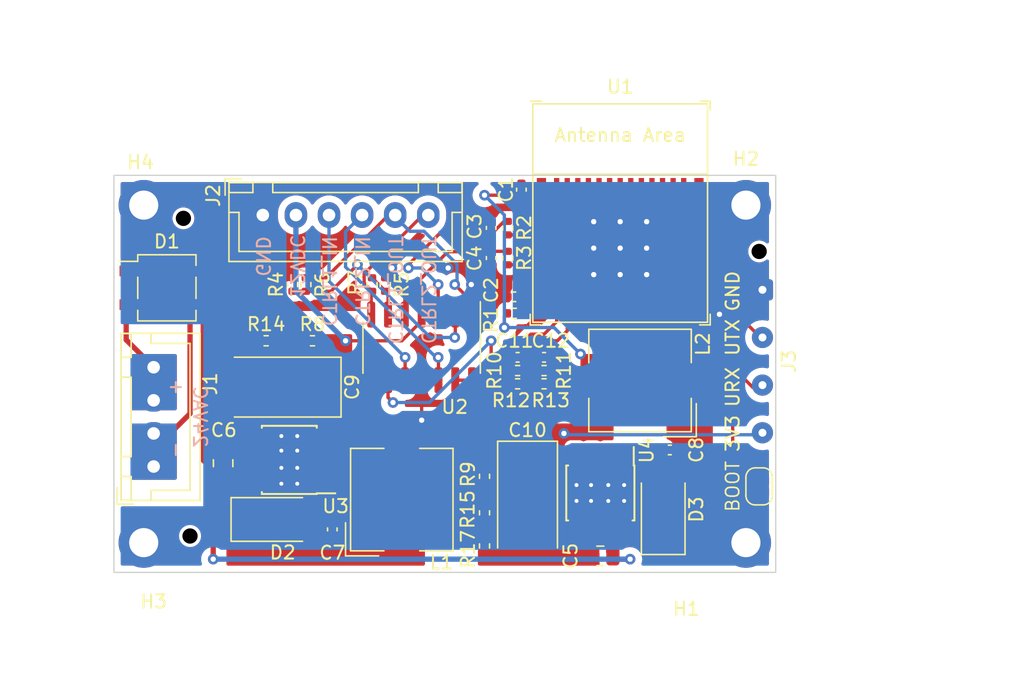
<source format=kicad_pcb>
(kicad_pcb (version 20211014) (generator pcbnew)
  (layers (0 "F.Cu" signal) (31 "B.Cu" signal) (34 "B.Paste" user) (35 "F.Paste" user) (36 "B.SilkS" user "B.Silkscreen") (37 "F.SilkS" user "F.Silkscreen") (38 "B.Mask" user) (39 "F.Mask" user) (44 "Edge.Cuts" user))
  (net 0 "")
  (net 1 "+3V3")
  (net 2 "+12V")
  (net 3 "GND")
  (net 4 "Net-(C8-Pad1)")
  (net 5 "Net-(C3-Pad1)")
  (net 6 "/ADC1")
  (net 7 "/ADC2")
  (net 8 "Net-(C4-Pad1)")
  (net 9 "Net-(C7-Pad1)")
  (net 10 "-24VA")
  (net 11 "/PH12")
  (net 15 "+24VA")
  (net 16 "/PWM1")
  (net 17 "/PWM2")
  (net 18 "/PH33")
  (net 19 "/UART_TX")
  (net 20 "/UART_RX")
  (net 21 "Net-(C2-Pad1)")
  (net 22 "Net-(JP1-Pad1)")
  (net 23 "/CTRL1_OUT")
  (net 24 "Net-(R4-Pad1)")
  (net 25 "/CTRL2_OUT")
  (net 26 "/CTRL2_IN")
  (net 27 "/CTRL1_IN")
  (net 28 "Net-(R5-Pad1)")
  (net 29 "Net-(R14-Pad2)")
  (net 30 "Net-(R15-Pad2)")
  (net 31 "Net-(R10-Pad1)")
  (net 32 "Net-(R11-Pad1)")
  (net 34 "Net-(R15-Pad1)")
  (net 59 "Net-(C5-Pad1)")
  (footprint "Capacitor_SMD:C_0402_1005Metric" (layer "F.Cu") (at 113.785 87.58 90)
    (fp_text reference "C1")
    (fp_text value "0.01uF/16V")
  )
  (footprint "Resistor_SMD:R_0402_1005Metric" (layer "F.Cu") (at 96.5 94.75 90)
    (fp_text reference "R4")
    (fp_text value "33k")
  )
  (footprint "Capacitor_SMD:C_0402_1005Metric" (layer "F.Cu") (at 113.25 95.676 180)
    (fp_text reference "C2")
    (fp_text value "1uF/5V")
  )
  (footprint "Jumper:SolderJumper-2_P1.3mm_Open_RoundedPad1.0x1.5mm" (layer "F.Cu") (at 131.75 110 -90)
    (fp_text reference "JP1")
    (fp_text value "BOOT")
  )
  (footprint "Diode_SMD:D_SMA" (layer "F.Cu") (at 124.5 111.75 90)
    (fp_text reference "D3")
    (fp_text value "SS34")
  )
  (footprint "Capacitor_Tantalum_SMD:CP_EIA-7343-31_Kemet-D" (layer "F.Cu") (at 114.25 111 -90)
    (fp_text reference "C10")
    (fp_text value "470uF/6.3V")
  )
  (footprint "Package_SO:SOIC-14_3.9x8.7mm_P1.27mm" (layer "F.Cu") (at 106.25 99.5 -90)
    (fp_text reference "U2")
    (fp_text value "LM324DT")
  )
  (footprint "Capacitor_SMD:C_0402_1005Metric" (layer "F.Cu") (at 111.5 92.75 -90)
    (fp_text reference "C4")
    (fp_text value "1uF/5V")
  )
  (footprint "inductors:L_SXN_SMRH74-220MT" (layer "F.Cu") (at 104.75 111 90)
    (fp_text reference "L1")
    (fp_text value "22uH")
  )
  (footprint "MountingHole:MountingHole_2.2mm_M2_DIN965_Pad" (layer "F.Cu") (at 85.25 114.25)
    (fp_text reference "H3")
    (fp_text value "Hole")
  )
  (footprint "kelvie:ToolingHole_1.152mm" (layer "F.Cu") (at 131.75 92.25 180)
    (fp_text reference "H6")
    (fp_text value "ToolingHole")
  )
  (footprint "Resistor_SMD:R_0402_1005Metric" (layer "F.Cu") (at 112.75 90.49 -90)
    (fp_text reference "R2")
    (fp_text value "1.1k")
  )
  (footprint "Connector_JST:JST_XH_B4B-XH-A_1x04_P2.50mm_Vertical" (layer "F.Cu") (at 86 108.5 90)
    (fp_text reference "J1")
    (fp_text value "VAC IN")
  )
  (footprint "Resistor_SMD:R_0402_1005Metric" (layer "F.Cu") (at 115.5 102.25 180)
    (fp_text reference "R11")
    (fp_text value "18k")
  )
  (footprint "Connector_Wire:SolderWire-0.1sqmm_1x04_P3.6mm_D0.4mm_OD1mm" (layer "F.Cu") (at 132 95.15 -90)
    (fp_text reference "J3")
    (fp_text value "UART")
  )
  (footprint "MountingHole:MountingHole_2.2mm_M2_DIN965_Pad" (layer "F.Cu") (at 130.75 114.25)
    (fp_text reference "H1")
    (fp_text value "Hole")
  )
  (footprint "inductors:L_SXN_SMRH74-220MT" (layer "F.Cu") (at 122.75 102 180)
    (fp_text reference "L2")
    (fp_text value "22uH")
  )
  (footprint "Resistor_SMD:R_0402_1005Metric" (layer "F.Cu") (at 111 112 90)
    (fp_text reference "R15")
    (fp_text value "5.6k")
  )
  (footprint "kelvie:ToolingHole_1.152mm" (layer "F.Cu") (at 88.25 89.75 180)
    (fp_text reference "H7")
    (fp_text value "ToolingHole")
  )
  (footprint "Espressif:ESP32-C3-MINI-1" (layer "F.Cu") (at 121.25 92)
    (fp_text reference "U1")
    (fp_text value "ESP32-C3-MINI-1")
  )
  (footprint "Resistor_SMD:R_0402_1005Metric" (layer "F.Cu") (at 112.75 92.75 -90)
    (fp_text reference "R3")
    (fp_text value "1.1k")
  )
  (footprint "Resistor_SMD:R_0402_1005Metric" (layer "F.Cu") (at 113.25 96.926)
    (fp_text reference "R1")
    (fp_text value "10k")
  )
  (footprint "Resistor_SMD:R_0402_1005Metric" (layer "F.Cu") (at 111 114.5 90)
    (fp_text reference "R17")
    (fp_text value "270")
  )
  (footprint "Resistor_SMD:R_0402_1005Metric" (layer "F.Cu") (at 111 109.24 -90)
    (fp_text reference "R9")
    (fp_text value "10k")
  )
  (footprint "Capacitor_SMD:C_0805_2012Metric" (layer "F.Cu") (at 91.25 108.25 90)
    (fp_text reference "C6")
    (fp_text value "10uF/50V")
  )
  (footprint "Capacitor_SMD:C_0402_1005Metric" (layer "F.Cu") (at 111.5 90.47 90)
    (fp_text reference "C3")
    (fp_text value "1uF/5V")
  )
  (footprint "Capacitor_SMD:C_0402_1005Metric" (layer "F.Cu") (at 115.5 100.25 180)
    (fp_text reference "C12")
    (fp_text value "0.1uF/16V")
  )
  (footprint "Capacitor_SMD:C_0402_1005Metric" (layer "F.Cu") (at 125 107.25)
    (fp_text reference "C8")
    (fp_text value "0.01uF")
  )
  (footprint "Capacitor_SMD:C_0402_1005Metric" (layer "F.Cu") (at 113.5 100.25)
    (fp_text reference "C11")
    (fp_text value "0.1uF/16V")
  )
  (footprint "Connector_JST:JST_XH_B6B-XH-A_1x06_P2.50mm_Vertical" (layer "F.Cu") (at 94.25 89.5)
    (fp_text reference "J2")
    (fp_text value "Conn_01x06")
  )
  (footprint "Package_SO:TI_SO-PowerPAD-8_ThermalVias" (layer "F.Cu") (at 96.25 108 180)
    (fp_text reference "U3")
    (fp_text value "TPS5430DDA")
  )
  (footprint "Resistor_SMD:R_0402_1005Metric" (layer "F.Cu") (at 97.5 94.75 90)
    (fp_text reference "R6")
    (fp_text value "68k")
  )
  (footprint "Capacitor_Tantalum_SMD:CP_EIA-7343-31_Kemet-D" (layer "F.Cu") (at 95.75 102.5 180)
    (fp_text reference "C9")
    (fp_text value "100uF/16V")
  )
  (footprint "Resistor_SMD:R_0402_1005Metric" (layer "F.Cu") (at 103.5 94.75 90)
    (fp_text reference "R5")
    (fp_text value "33k")
  )
  (footprint "Resistor_SMD:R_0402_1005Metric" (layer "F.Cu") (at 102.5 94.75 -90)
    (fp_text reference "R7")
    (fp_text value "68k")
  )
  (footprint "Resistor_SMD:R_0402_1005Metric" (layer "F.Cu") (at 94.5 99)
    (fp_text reference "R14")
    (fp_text value "1.1k")
  )
  (footprint "MountingHole:MountingHole_2.2mm_M2_DIN965_Pad" (layer "F.Cu") (at 130.75 88.75)
    (fp_text reference "H2")
    (fp_text value "Hole")
  )
  (footprint "kelvie:ToolingHole_1.152mm" (layer "F.Cu") (at 88.75 113.75)
    (fp_text reference "H5")
    (fp_text value "ToolingHole")
  )
  (footprint "Resistor_SMD:R_0402_1005Metric" (layer "F.Cu") (at 113.5 102.25)
    (fp_text reference "R10")
    (fp_text value "18k")
  )
  (footprint "MountingHole:MountingHole_2.2mm_M2_DIN965_Pad" (layer "F.Cu") (at 85.25 88.75)
    (fp_text reference "H4")
    (fp_text value "Hole")
  )
  (footprint "Resistor_SMD:R_0402_1005Metric" (layer "F.Cu") (at 115.5 101.25)
    (fp_text reference "R13")
    (fp_text value "2k")
  )
  (footprint "Resistor_SMD:R_0402_1005Metric" (layer "F.Cu") (at 113.5 101.25 180)
    (fp_text reference "R12")
    (fp_text value "2k")
  )
  (footprint "Capacitor_SMD:C_0805_2012Metric" (layer "F.Cu") (at 119.75 115.25 180)
    (fp_text reference "C5")
    (fp_text value "10uF/50V")
  )
  (footprint "Package_SO:TI_SO-PowerPAD-8_ThermalVias" (layer "F.Cu") (at 119.75 110.5 -90)
    (fp_text reference "U4")
    (fp_text value "TPS5430DDA")
  )
  (footprint "Diode_SMD:D_SMA" (layer "F.Cu") (at 95.25 112.5)
    (fp_text reference "D2")
    (fp_text value "SS34")
  )
  (footprint "Resistor_SMD:R_0402_1005Metric" (layer "F.Cu") (at 98 99 180)
    (fp_text reference "R8")
    (fp_text value "10k")
  )
  (footprint "Capacitor_SMD:C_0402_1005Metric" (layer "F.Cu") (at 99.5 113.25 -90)
    (fp_text reference "C7")
    (fp_text value "0.01uF")
  )
  (footprint "Package_TO_SOT_SMD:TO-269AA" (layer "F.Cu") (at 87 95)
    (fp_text reference "D1")
    (fp_text value "MB10S")
  )
  (gr_poly (pts (xy 98.5 86.5) (xy 133 86.5) (xy 133 116.5) (xy 83 116.5) (xy 83 86.5) (xy 98.5 86.5)) (layer "Edge.Cuts") (width 0.1) (fill none))
  (gr_text "12VDC" (at 96.84 90.88 270) (layer "B.SilkS") (effects (font (size 1 1)) (justify right mirror)))
  (gr_text "CTRL2_OUT" (at 106.75 91 270) (layer "B.SilkS") (effects (font (size 1 1)) (justify right mirror)))
  (gr_text "CTRL2_IN\n" (at 101.75 91 270) (layer "B.SilkS") (effects (font (size 1 1)) (justify right mirror)))
  (gr_text "24VAC" (at 89.5 104.75 270) (layer "B.SilkS") (effects (font (size 1 1)) (justify mirror)))
  (gr_text "-" (at 87.75 107.25 270) (layer "B.SilkS") (effects (font (size 1 1)) (justify mirror)))
  (gr_text "CTRL1_OUT" (at 104.25 91 270) (layer "B.SilkS") (effects (font (size 1 1)) (justify right mirror)))
  (gr_text "+" (at 87.75 102.5 270) (layer "B.SilkS") (effects (font (size 1 1)) (justify mirror)))
  (gr_text "CTRL1_IN\n" (at 99.25 91 270) (layer "B.SilkS") (effects (font (size 1 1)) (justify right mirror)))
  (gr_text "GND" (at 94.25 91 270) (layer "B.SilkS") (effects (font (size 1 1)) (justify right mirror)))
  (gr_text "GND" (at 129.75 95.25 -270) (layer "F.SilkS") (effects (font (size 1 1))))
  (gr_text "URX" (at 129.75 102.5 -270) (layer "F.SilkS") (effects (font (size 1 1))))
  (gr_text "3V3" (at 129.75 106 -270) (layer "F.SilkS") (effects (font (size 1 1))))
  (gr_text "UTX" (at 129.75 98.75 -270) (layer "F.SilkS") (effects (font (size 1 1))))
  (segment (start 112.5 98) (end 112.5 97.166) (width 0.25) (layer "F.Cu") (net 1))
  (segment (start 113.785 88.635) (end 114.75 89.6) (width 0.25) (layer "F.Cu") (net 1))
  (segment (start 119.55 101.3) (end 118.25 100) (width 0.25) (layer "F.Cu") (net 1))
  (segment (start 113.725 88) (end 113.785 88.06) (width 0.25) (layer "F.Cu") (net 1))
  (segment (start 113.785 88.06) (end 113.785 88.635) (width 0.25) (layer "F.Cu") (net 1))
  (segment (start 114.75 89.6) (end 115.35 89.6) (width 0.25) (layer "F.Cu") (net 1))
  (segment (start 111 88) (end 113.725 88) (width 0.25) (layer "F.Cu") (net 1))
  (segment (start 112.5 97.166) (end 112.74 96.926) (width 0.25) (layer "F.Cu") (net 1))
  (segment (start 114.25 107.8875) (end 115.1125 107.8875) (width 0.25) (layer "F.Cu") (net 1))
  (segment (start 115.1125 107.8875) (end 117 106) (width 0.25) (layer "F.Cu") (net 1))
  (segment (start 119.55 102) (end 119.55 101.3) (width 0.25) (layer "F.Cu") (net 1))
  (via (at 117 106) (size 0.8) (drill 0.4) (layers "F.Cu" "B.Cu") (net 1))
  (via (at 118.25 100) (size 0.8) (drill 0.4) (layers "F.Cu" "B.Cu") (net 1))
  (via (at 111 88) (size 0.8) (drill 0.4) (layers "F.Cu" "B.Cu") (net 1))
  (via (at 112.5 98) (size 0.8) (drill 0.4) (layers "F.Cu" "B.Cu") (net 1))
  (segment (start 117 106) (end 117.1 106.1) (width 0.25) (layer "B.Cu") (net 1))
  (segment (start 117.1 106.1) (end 132 106.1) (width 0.25) (layer "B.Cu") (net 1))
  (segment (start 112.5 98) (end 112.5 89.5) (width 0.25) (layer "B.Cu") (net 1))
  (segment (start 116.25 98) (end 118.25 100) (width 0.25) (layer "B.Cu") (net 1))
  (segment (start 112.5 98) (end 116.25 98) (width 0.25) (layer "B.Cu") (net 1))
  (segment (start 112.5 89.5) (end 111 88) (width 0.25) (layer "B.Cu") (net 1))
  (segment (start 106.25 97.025) (end 106.25 97.5) (width 0.25) (layer "F.Cu") (net 2))
  (segment (start 104.75 99) (end 98.51 99) (width 0.25) (layer "F.Cu") (net 2))
  (segment (start 98.51 99) (end 100.5 99) (width 0.4) (layer "F.Cu") (net 2))
  (segment (start 106.25 97.5) (end 104.75 99) (width 0.25) (layer "F.Cu") (net 2))
  (via (at 100.5 99) (size 0.8) (drill 0.4) (layers "F.Cu" "B.Cu") (net 2))
  (segment (start 96.75 95.25) (end 100.5 99) (width 0.4) (layer "B.Cu") (net 2))
  (segment (start 96.75 89.5) (end 96.75 95.25) (width 0.4) (layer "B.Cu") (net 2))
  (segment (start 115.3 96.95) (end 117.05 95.2) (width 0.25) (layer "F.Cu") (net 3))
  (segment (start 128.7 96.95) (end 128.75 97) (width 0.25) (layer "F.Cu") (net 3))
  (segment (start 110.926 95.676) (end 110 94.75) (width 0.25) (layer "F.Cu") (net 3))
  (segment (start 118.05 96.9) (end 118.05 95.2) (width 0.25) (layer "F.Cu") (net 3))
  (segment (start 119.75 110.5) (end 122.5 110.5) (width 0.4) (layer "F.Cu") (net 3))
  (segment (start 96.25 110.5) (end 97.25 111.5) (width 0.4) (layer "F.Cu") (net 3))
  (segment (start 127.2 96.95) (end 128.7 96.95) (width 0.25) (layer "F.Cu") (net 3))
  (segment (start 122.5 110.5) (end 123.25 109.75) (width 0.4) (layer "F.Cu") (net 3))
  (segment (start 106.25 101.975) (end 106.25 105) (width 0.25) (layer "F.Cu") (net 3))
  (segment (start 116.01 101.25) (end 116.75 101.25) (width 0.25) (layer "F.Cu") (net 3))
  (segment (start 115.3 96.95) (end 115.3 96.05) (width 0.25) (layer "F.Cu") (net 3))
  (segment (start 116.75 101.25) (end 117 101.5) (width 0.25) (layer "F.Cu") (net 3))
  (segment (start 115.3 96.05) (end 115.35 96) (width 0.25) (layer "F.Cu") (net 3))
  (segment (start 108.25 93.5) (end 111.23 93.5) (width 0.25) (layer "F.Cu") (net 3))
  (segment (start 96.25 108) (end 96.25 110.5) (width 0.4) (layer "F.Cu") (net 3))
  (segment (start 131.75 110.65) (end 131.75 113.25) (width 0.25) (layer "F.Cu") (net 3))
  (segment (start 117 103) (end 116.5 103.5) (width 0.25) (layer "F.Cu") (net 3))
  (segment (start 103.5 94) (end 104 93.5) (width 0.25) (layer "F.Cu") (net 3))
  (segment (start 117.05 95.2) (end 118.05 95.2) (width 0.25) (layer "F.Cu") (net 3))
  (segment (start 97.25 111.5) (end 97.25 112.5) (width 0.4) (layer "F.Cu") (net 3))
  (segment (start 123.25 109.75) (end 124.5 109.75) (width 0.4) (layer "F.Cu") (net 3))
  (segment (start 103.5 94.24) (end 103.5 94) (width 0.25) (layer "F.Cu") (net 3))
  (segment (start 111.23 93.5) (end 111.5 93.23) (width 0.25) (layer "F.Cu") (net 3))
  (segment (start 112.77 95.676) (end 110.926 95.676) (width 0.25) (layer "F.Cu") (net 3))
  (segment (start 117 101.5) (end 117 103) (width 0.25) (layer "F.Cu") (net 3))
  (segment (start 118.05 95.2) (end 119.275 93.975) (width 0.25) (layer "F.Cu") (net 3))
  (via (at 104 93.5) (size 0.8) (drill 0.4) (layers "F.Cu" "B.Cu") (net 3))
  (via (at 121.25 94) (size 0.8) (drill 0.4) (layers "F.Cu" "B.Cu") (net 3))
  (via (at 123.25 92) (size 0.8) (drill 0.4) (layers "F.Cu" "B.Cu") (net 3))
  (via (at 108.25 93.5) (size 0.8) (drill 0.4) (layers "F.Cu" "B.Cu") (net 3))
  (via (at 119.25 94) (size 0.8) (drill 0.4) (layers "F.Cu" "B.Cu") (net 3))
  (via (at 121.25 90) (size 0.8) (drill 0.4) (layers "F.Cu" "B.Cu") (net 3))
  (via (at 128.75 97) (size 0.8) (drill 0.4) (layers "F.Cu" "B.Cu") (net 3))
  (via (at 123.25 90) (size 0.8) (drill 0.4) (layers "F.Cu" "B.Cu") (net 3))
  (via (at 123.25 94) (size 0.8) (drill 0.4) (layers "F.Cu" "B.Cu") (net 3))
  (via (at 121.25 92) (size 0.8) (drill 0.4) (layers "F.Cu" "B.Cu") (net 3))
  (via (at 119.25 90) (size 0.8) (drill 0.4) (layers "F.Cu" "B.Cu") (net 3))
  (via (at 110 94.75) (size 0.8) (drill 0.4) (layers "F.Cu" "B.Cu") (net 3))
  (via (at 106.25 105) (size 0.8) (drill 0.4) (layers "F.Cu" "B.Cu") (net 3))
  (via (at 119.25 92) (size 0.8) (drill 0.4) (layers "F.Cu" "B.Cu") (net 3))
  (segment (start 105 92.5) (end 104 93.5) (width 0.25) (layer "B.Cu") (net 3))
  (segment (start 107.25 92.5) (end 105 92.5) (width 0.25) (layer "B.Cu") (net 3))
  (segment (start 108.25 93.5) (end 107.25 92.5) (width 0.25) (layer "B.Cu") (net 3))
  (segment (start 123.5 107.25) (end 124.52 107.25) (width 0.25) (layer "F.Cu") (net 4))
  (segment (start 121.655 107.8) (end 122.95 107.8) (width 0.25) (layer "F.Cu") (net 4))
  (segment (start 122.95 107.8) (end 123.5 107.25) (width 0.25) (layer "F.Cu") (net 4))
  (segment (start 107.55 90.95) (end 105.25 93.25) (width 0.25) (layer "F.Cu") (net 5))
  (segment (start 112.75 89.98) (end 112.47 89.98) (width 0.25) (layer "F.Cu") (net 5))
  (segment (start 107.5 97.005) (end 107.5 94.75) (width 0.25) (layer "F.Cu") (net 5))
  (segment (start 105.25 93.25) (end 105.25 93.5) (width 0.25) (layer "F.Cu") (net 5))
  (segment (start 111.5 90.95) (end 107.55 90.95) (width 0.25) (layer "F.Cu") (net 5))
  (segment (start 107.52 97.025) (end 107.5 97.005) (width 0.25) (layer "F.Cu") (net 5))
  (segment (start 112.47 89.98) (end 111.5 90.95) (width 0.25) (layer "F.Cu") (net 5))
  (via (at 105.25 93.5) (size 0.8) (drill 0.4) (layers "F.Cu" "B.Cu") (net 5))
  (via (at 107.5 94.75) (size 0.8) (drill 0.4) (layers "F.Cu" "B.Cu") (net 5))
  (segment (start 106.25 93.5) (end 105.25 93.5) (width 0.25) (layer "B.Cu") (net 5))
  (segment (start 107.5 94.75) (end 106.25 93.5) (width 0.25) (layer "B.Cu") (net 5))
  (segment (start 114 102.24) (end 114.01 102.25) (width 0.25) (layer "F.Cu") (net 6))
  (segment (start 116.45 97.55) (end 115.5 98.5) (width 0.25) (layer "F.Cu") (net 6))
  (segment (start 116.45 96.9) (end 116.45 97.55) (width 0.25) (layer "F.Cu") (net 6))
  (segment (start 114.5 98.5) (end 114 99) (width 0.25) (layer "F.Cu") (net 6))
  (segment (start 114 99) (end 114 102.24) (width 0.25) (layer "F.Cu") (net 6))
  (segment (start 115.5 98.5) (end 114.5 98.5) (width 0.25) (layer "F.Cu") (net 6))
  (segment (start 117.25 98.25) (end 117.25 96.9) (width 0.25) (layer "F.Cu") (net 7))
  (segment (start 114.99 102.25) (end 114.99 99.26) (width 0.25) (layer "F.Cu") (net 7))
  (segment (start 114.99 99.26) (end 115.25 99) (width 0.25) (layer "F.Cu") (net 7))
  (segment (start 115.25 99) (end 116.5 99) (width 0.25) (layer "F.Cu") (net 7))
  (segment (start 116.5 99) (end 117.25 98.25) (width 0.25) (layer "F.Cu") (net 7))
  (segment (start 111.5 92.27) (end 108.23 92.27) (width 0.25) (layer "F.Cu") (net 8))
  (segment (start 104.98 95.52) (end 104.98 97.025) (width 0.25) (layer "F.Cu") (net 8))
  (segment (start 112.75 92.24) (end 111.53 92.24) (width 0.25) (layer "F.Cu") (net 8))
  (segment (start 111.53 92.24) (end 111.5 92.27) (width 0.25) (layer "F.Cu") (net 8))
  (segment (start 108.23 92.27) (end 104.98 95.52) (width 0.25) (layer "F.Cu") (net 8))
  (segment (start 98.95 110.95) (end 98.95 109.905) (width 0.25) (layer "F.Cu") (net 9))
  (segment (start 99.5 111.5) (end 98.95 110.95) (width 0.25) (layer "F.Cu") (net 9))
  (segment (start 99.5 112.77) (end 99.5 111.5) (width 0.25) (layer "F.Cu") (net 9))
  (segment (start 85.98 93.73) (end 88.75 96.5) (width 0.4) (layer "F.Cu") (net 10))
  (segment (start 83.925 93.73) (end 85.98 93.73) (width 0.4) (layer "F.Cu") (net 10))
  (segment (start 88.75 96.5) (end 88.75 104.5) (width 0.4) (layer "F.Cu") (net 10))
  (segment (start 88.75 104.5) (end 87.25 106) (width 0.4) (layer "F.Cu") (net 10))
  (segment (start 87.25 106) (end 86 106) (width 0.4) (layer "F.Cu") (net 10))
  (segment (start 93.25 112.5) (end 93.25 110.205) (width 0.4) (layer "F.Cu") (net 11))
  (segment (start 93.25 110.205) (end 93.55 109.905) (width 0.4) (layer "F.Cu") (net 11))
  (segment (start 83.925 98.925) (end 86 101) (width 0.4) (layer "F.Cu") (net 15))
  (segment (start 83.925 96.27) (end 83.925 98.925) (width 0.4) (layer "F.Cu") (net 15))
  (segment (start 114.2 91.2) (end 115.35 91.2) (width 0.25) (layer "F.Cu") (net 16))
  (segment (start 112.75 91) (end 114 91) (width 0.25) (layer "F.Cu") (net 16))
  (segment (start 114 91) (end 114.2 91.2) (width 0.25) (layer "F.Cu") (net 16))
  (segment (start 115.35 92) (end 114.75 92) (width 0.25) (layer "F.Cu") (net 17))
  (segment (start 113.49 93.26) (end 112.75 93.26) (width 0.25) (layer "F.Cu") (net 17))
  (segment (start 114.75 92) (end 113.49 93.26) (width 0.25) (layer "F.Cu") (net 17))
  (segment (start 130 92.7) (end 130 96.9) (width 0.25) (layer "F.Cu") (net 19))
  (segment (start 127.15 91.2) (end 128.5 91.2) (width 0.25) (layer "F.Cu") (net 19))
  (segment (start 128.5 91.2) (end 130 92.7) (width 0.25) (layer "F.Cu") (net 19))
  (segment (start 130 96.9) (end 132 98.9) (width 0.25) (layer "F.Cu") (net 19))
  (segment (start 131.25 102.5) (end 132 102.5) (width 0.25) (layer "F.Cu") (net 20))
  (segment (start 127.15 92) (end 128.5 92) (width 0.25) (layer "F.Cu") (net 20))
  (segment (start 130.5 99.75) (end 130.5 101.75) (width 0.25) (layer "F.Cu") (net 20))
  (segment (start 130.5 101.75) (end 131.25 102.5) (width 0.25) (layer "F.Cu") (net 20))
  (segment (start 128.5 92) (end 129.5 93) (width 0.25) (layer "F.Cu") (net 20))
  (segment (start 129.5 93) (end 129.5 98.75) (width 0.25) (layer "F.Cu") (net 20))
  (segment (start 129.5 98.75) (end 130.5 99.75) (width 0.25) (layer "F.Cu") (net 20))
  (segment (start 113.73 94.62) (end 113.73 95.676) (width 0.25) (layer "F.Cu") (net 21))
  (segment (start 113.73 96.896) (end 113.76 96.926) (width 0.25) (layer "F.Cu") (net 21))
  (segment (start 114.75 93.6) (end 113.73 94.62) (width 0.25) (layer "F.Cu") (net 21))
  (segment (start 113.73 95.676) (end 113.73 96.896) (width 0.25) (layer "F.Cu") (net 21))
  (segment (start 115.35 93.6) (end 114.75 93.6) (width 0.25) (layer "F.Cu") (net 21))
  (segment (start 129.75 100.75) (end 129.75 107.1) (width 0.25) (layer "F.Cu") (net 22))
  (segment (start 125.25 97.75) (end 126.75 97.75) (width 0.25) (layer "F.Cu") (net 22))
  (segment (start 129.75 107.1) (end 132 109.35) (width 0.25) (layer "F.Cu") (net 22))
  (segment (start 125.25 96.9) (end 125.25 97.75) (width 0.25) (layer "F.Cu") (net 22))
  (segment (start 126.75 97.75) (end 129.75 100.75) (width 0.25) (layer "F.Cu") (net 22))
  (segment (start 110.06 96.06) (end 108.75 94.75) (width 0.25) (layer "F.Cu") (net 23))
  (segment (start 99.01 94.24) (end 104.25 89) (width 0.25) (layer "F.Cu") (net 23))
  (segment (start 97.5 94.24) (end 99.01 94.24) (width 0.25) (layer "F.Cu") (net 23))
  (segment (start 110.06 97.025) (end 110.06 96.06) (width 0.25) (layer "F.Cu") (net 23))
  (via (at 108.75 94.75) (size 0.8) (drill 0.4) (layers "F.Cu" "B.Cu") (net 23))
  (segment (start 106.42889 90.725) (end 108.924501 93.220611) (width 0.25) (layer "B.Cu") (net 23))
  (segment (start 108.924501 94.575499) (end 108.75 94.75) (width 0.25) (layer "B.Cu") (net 23))
  (segment (start 104.25 89.5) (end 104.25 89.625) (width 0.25) (layer "B.Cu") (net 23))
  (segment (start 105.35 90.725) (end 106.42889 90.725) (width 0.25) (layer "B.Cu") (net 23))
  (segment (start 104.25 89.625) (end 105.35 90.725) (width 0.25) (layer "B.Cu") (net 23))
  (segment (start 108.924501 93.220611) (end 108.924501 94.575499) (width 0.25) (layer "B.Cu") (net 23))
  (segment (start 96.5 95.26) (end 97.5 95.26) (width 0.25) (layer "F.Cu") (net 24))
  (segment (start 99.3915 95.26) (end 101.4015 93.25) (width 0.25) (layer "F.Cu") (net 24))
  (segment (start 97.5 95.26) (end 99.3915 95.26) (width 0.25) (layer "F.Cu") (net 24))
  (segment (start 108.79 97.025) (end 108.79 98.71) (width 0.25) (layer "F.Cu") (net 24))
  (segment (start 108.79 98.71) (end 108.75 98.75) (width 0.25) (layer "F.Cu") (net 24))
  (via (at 108.75 98.75) (size 0.8) (drill 0.4) (layers "F.Cu" "B.Cu") (net 24))
  (via (at 101.4015 93.25) (size 0.8) (drill 0.4) (layers "F.Cu" "B.Cu") (net 24))
  (segment (start 106.9015 98.75) (end 101.4015 93.25) (width 0.25) (layer "B.Cu") (net 24))
  (segment (start 108.75 98.75) (end 106.9015 98.75) (width 0.25) (layer "B.Cu") (net 24))
  (segment (start 101.90548 93.935372) (end 106.340852 89.5) (width 0.25) (layer "F.Cu") (net 25))
  (segment (start 101.90548 94.66548) (end 101.90548 93.935372) (width 0.25) (layer "F.Cu") (net 25))
  (segment (start 102.5 95.26) (end 101.90548 94.66548) (width 0.25) (layer "F.Cu") (net 25))
  (segment (start 106.340852 89.5) (end 106.75 89.5) (width 0.25) (layer "F.Cu") (net 25))
  (segment (start 102.44 97.025) (end 102.44 95.32) (width 0.25) (layer "F.Cu") (net 25))
  (segment (start 102.44 95.32) (end 102.5 95.26) (width 0.25) (layer "F.Cu") (net 25))
  (segment (start 107.52 100.27) (end 107.5 100.25) (width 0.25) (layer "F.Cu") (net 26))
  (segment (start 107.52 101.975) (end 107.52 100.27) (width 0.25) (layer "F.Cu") (net 26))
  (via (at 107.5 100.25) (size 0.8) (drill 0.4) (layers "F.Cu" "B.Cu") (net 26))
  (segment (start 107.328637 100.25) (end 107.5 100.25) (width 0.25) (layer "B.Cu") (net 26))
  (segment (start 101.75 89.5) (end 100.5 90.75) (width 0.25) (layer "B.Cu") (net 26))
  (segment (start 100.5 93.421363) (end 107.328637 100.25) (width 0.25) (layer "B.Cu") (net 26))
  (segment (start 100.5 90.75) (end 100.5 93.421363) (width 0.25) (layer "B.Cu") (net 26))
  (segment (start 104.98 101.975) (end 105 101.955) (width 0.25) (layer "F.Cu") (net 27))
  (segment (start 105 101.955) (end 105 100.25) (width 0.25) (layer "F.Cu") (net 27))
  (via (at 105 100.25) (size 0.8) (drill 0.4) (layers "F.Cu" "B.Cu") (net 27))
  (segment (start 99.25 89.5) (end 99.25 94.5) (width 0.25) (layer "B.Cu") (net 27))
  (segment (start 99.25 94.5) (end 105 100.25) (width 0.25) (layer "B.Cu") (net 27))
  (segment (start 103.5 95.26) (end 103.5 95.24) (width 0.25) (layer "F.Cu") (net 28))
  (segment (start 103.71 97.025) (end 103.71 95.47) (width 0.25) (layer "F.Cu") (net 28))
  (segment (start 103.71 95.47) (end 103.5 95.26) (width 0.25) (layer "F.Cu") (net 28))
  (segment (start 103.5 95.24) (end 102.5 94.24) (width 0.25) (layer "F.Cu") (net 28))
  (segment (start 97 101) (end 97 104.25) (width 0.25) (layer "F.Cu") (net 29))
  (segment (start 95.01 99) (end 97.49 99) (width 0.25) (layer "F.Cu") (net 29))
  (segment (start 97.5 99.01) (end 97.5 100.5) (width 0.25) (layer "F.Cu") (net 29))
  (segment (start 97.5 100.5) (end 97 101) (width 0.25) (layer "F.Cu") (net 29))
  (segment (start 98.845 106.095) (end 98.95 106.095) (width 0.25) (layer "F.Cu") (net 29))
  (segment (start 97.49 99) (end 97.5 99.01) (width 0.25) (layer "F.Cu") (net 29))
  (segment (start 97 104.25) (end 98.845 106.095) (width 0.25) (layer "F.Cu") (net 29))
  (segment (start 111 109.75) (end 111 111.49) (width 0.25) (layer "F.Cu") (net 30))
  (segment (start 111 109.75) (end 116 109.75) (width 0.25) (layer "F.Cu") (net 30))
  (segment (start 117.845 107.905) (end 117.845 107.8) (width 0.25) (layer "F.Cu") (net 30))
  (segment (start 116 109.75) (end 117.845 107.905) (width 0.25) (layer "F.Cu") (net 30))
  (segment (start 112.99 102.25) (end 112.73447 102.25) (width 0.25) (layer "F.Cu") (net 31))
  (segment (start 111.5 101.01553) (end 111.5 99) (width 0.25) (layer "F.Cu") (net 31))
  (segment (start 102.44 101.975) (end 103.71 101.975) (width 0.25) (layer "F.Cu") (net 31))
  (segment (start 103.71 103.288638) (end 104.085681 103.664319) (width 0.25) (layer "F.Cu") (net 31))
  (segment (start 112.73447 102.25) (end 111.5 101.01553) (width 0.25) (layer "F.Cu") (net 31))
  (segment (start 103.71 101.975) (end 103.71 103.288638) (width 0.25) (layer "F.Cu") (net 31))
  (via (at 104.085681 103.664319) (size 0.8) (drill 0.4) (layers "F.Cu" "B.Cu") (net 31))
  (via (at 111.5 99) (size 0.8) (drill 0.4) (layers "F.Cu" "B.Cu") (net 31))
  (segment (start 106.835681 103.664319) (end 104.085681 103.664319) (width 0.25) (layer "B.Cu") (net 31))
  (segment (start 111.5 99) (end 106.835681 103.664319) (width 0.25) (layer "B.Cu") (net 31))
  (segment (start 110.986501 102.901501) (end 110.06 101.975) (width 0.25) (layer "F.Cu") (net 32))
  (segment (start 115.358499 102.901501) (end 110.986501 102.901501) (width 0.25) (layer "F.Cu") (net 32))
  (segment (start 116.01 102.25) (end 115.358499 102.901501) (width 0.25) (layer "F.Cu") (net 32))
  (segment (start 110.06 101.975) (end 108.79 101.975) (width 0.25) (layer "F.Cu") (net 32))
  (segment (start 111 112.51) (end 111 113.99) (width 0.25) (layer "F.Cu") (net 34))
  (segment (start 91.25 109.2) (end 91.25 110.5) (width 0.4) (layer "F.Cu") (net 59))
  (segment (start 90.5 111.25) (end 90.5 115.5) (width 0.4) (layer "F.Cu") (net 59))
  (segment (start 90.925 109.2) (end 91.25 109.2) (width 0.4) (layer "F.Cu") (net 59))
  (segment (start 90.075 96.27) (end 89.75 96.595) (width 0.4) (layer "F.Cu") (net 59))
  (segment (start 91.25 110.5) (end 90.5 111.25) (width 0.4) (layer "F.Cu") (net 59))
  (segment (start 92.365 108.635) (end 93.55 108.635) (width 0.4) (layer "F.Cu") (net 59))
  (segment (start 89.75 108.025) (end 90.925 109.2) (width 0.4) (layer "F.Cu") (net 59))
  (segment (start 120.7 115.25) (end 120.385 114.935) (width 0.4) (layer "F.Cu") (net 59))
  (segment (start 120.95 115.5) (end 120.7 115.25) (width 0.4) (layer "F.Cu") (net 59))
  (segment (start 91.8 109.2) (end 92.365 108.635) (width 0.4) (layer "F.Cu") (net 59))
  (segment (start 122 115.5) (end 120.95 115.5) (width 0.4) (layer "F.Cu") (net 59))
  (segment (start 91.25 109.2) (end 91.8 109.2) (width 0.4) (layer "F.Cu") (net 59))
  (segment (start 120.385 114.935) (end 120.385 113.2) (width 0.4) (layer "F.Cu") (net 59))
  (segment (start 89.75 96.595) (end 89.75 108.025) (width 0.4) (layer "F.Cu") (net 59))
  (via (at 122 115.5) (size 0.8) (drill 0.4) (layers "F.Cu" "B.Cu") (net 59))
  (via (at 90.5 115.5) (size 0.8) (drill 0.4) (layers "F.Cu" "B.Cu") (net 59))
  (segment (start 122 115.5) (end 90.5 115.5) (width 0.4) (layer "B.Cu") (net 59))
  (zone (net 2) (net_name "+12V") (layer "F.Cu") (connect_pads yes (clearance 0.508)) (min_thickness 0.254) (fill yes (thermal_gap 0.508) (thermal_bridge_width 0.508))
    (polygon (pts (xy 101 98.5) (xy 101 106.75) (xy 106.5 106.75) (xy 106.5 109) (xy 100 109) (xy 100 105.25) (xy 98 105.25) (xy 98 98.5)))
  )
  (zone (net 11) (net_name "/PH12") (layer "F.Cu") (connect_pads yes (clearance 0.508)) (min_thickness 0.254) (fill yes (thermal_gap 0.508) (thermal_bridge_width 0.508))
    (polygon (pts (xy 94.75 111.5) (xy 94.75 113.75) (xy 98.75 113.75) (xy 98.75 113.25) (xy 106.5 113.25) (xy 106.5 116) (xy 91.5 116) (xy 91.5 111.5)))
  )
  (zone (net 3) (net_name "GND") (layer "F.Cu") (connect_pads yes (clearance 0.508)) (min_thickness 0.254) (fill yes (thermal_gap 0.508) (thermal_bridge_width 0.508))
    (polygon (pts (xy 133 98.75) (xy 116.75 98.75) (xy 116.75 104) (xy 102.5 104) (xy 102.5 96.75) (xy 83 96.75) (xy 83 86.5) (xy 133 86.5)))
  )
  (zone (net 18) (net_name "/PH33") (layer "F.Cu") (connect_pads yes (clearance 0.508)) (min_thickness 0.254) (fill yes (thermal_gap 0.508) (thermal_bridge_width 0.508))
    (polygon (pts (xy 128.25 115.5) (xy 121.25 115.5) (xy 121.25 112) (xy 126 112) (xy 126 108.25) (xy 124.75 108.25) (xy 124.75 100.5) (xy 128.25 100.5)))
  )
  (zone (net 1) (net_name "+3V3") (layer "F.Cu") (connect_pads yes (clearance 0.508)) (min_thickness 0.254) (fill yes (thermal_gap 0.508) (thermal_bridge_width 0.508))
    (polygon (pts (xy 120.75 108.75) (xy 110.75 109) (xy 110.75 105.25) (xy 118.25 105.25) (xy 118.25 100) (xy 120.75 100)))
  )
  (zone (net 10) (net_name "-24VA") (layers F&B.Cu) (connect_pads yes (clearance 0.508)) (min_thickness 0.254) (fill yes (thermal_gap 0.508) (thermal_bridge_width 0.508))
    (polygon (pts (xy 84.25 109.5) (xy 84.25 105.25) (xy 87.75 105.25) (xy 87.75 109.5)))
  )
  (zone (net 15) (net_name "+24VA") (layers F&B.Cu) (connect_pads yes (clearance 0.508)) (min_thickness 0.254) (fill yes (thermal_gap 0.508) (thermal_bridge_width 0.508))
    (polygon (pts (xy 84.25 104.25) (xy 84.25 100) (xy 87.75 100) (xy 87.75 104.25)))
  )
  (zone (net 3) (net_name "GND") (layer "F.Cu") (connect_pads yes (clearance 0.508)) (min_thickness 0.254) (fill yes (thermal_gap 0.508) (thermal_bridge_width 0.508))
    (polygon (pts (xy 96.25 98) (xy 96.25 108) (xy 90 108) (xy 90 98)))
  )
  (zone (net 3) (net_name "GND") (layer "F.Cu") (connect_pads yes (clearance 0.508)) (min_thickness 0.254) (fill yes (thermal_gap 0.508) (thermal_bridge_width 0.508))
    (polygon (pts (xy 119.75 116.5) (xy 110.5 116.5) (xy 110.5 111.75) (xy 116.5 111.75) (xy 116.5 110.5) (xy 119.75 110.5)))
  )
  (zone (net 3) (net_name "GND") (layer "B.Cu") (connect_pads yes (clearance 0.508)) (min_thickness 0.254) (fill yes (thermal_gap 0.508) (thermal_bridge_width 0.508))
    (polygon (pts (xy 133 116.5) (xy 128.5 116.5) (xy 128.5 116.5) (xy 115 116.5) (xy 115 116.5) (xy 83 116.5) (xy 83 111.5) (xy 89.75 111.5) (xy 89.75 97.75) (xy 83 97.75) (xy 83 86.5) (xy 133 86.5)))
  )
)
</source>
